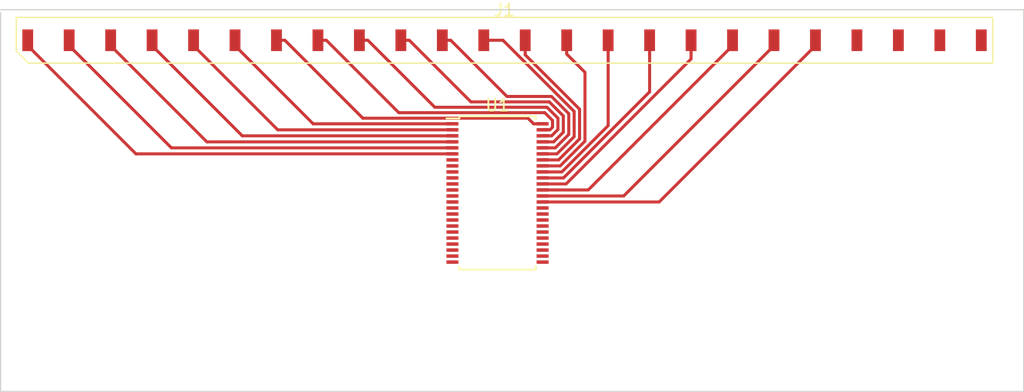
<source format=kicad_pcb>
(kicad_pcb (version 20171130) (host pcbnew 5.1.4-e60b266~84~ubuntu18.04.1)

  (general
    (thickness 1.6)
    (drawings 4)
    (tracks 90)
    (zones 0)
    (modules 2)
    (nets 21)
  )

  (page A4)
  (layers
    (0 F.Cu signal)
    (31 B.Cu signal)
    (32 B.Adhes user)
    (33 F.Adhes user)
    (34 B.Paste user)
    (35 F.Paste user)
    (36 B.SilkS user)
    (37 F.SilkS user)
    (38 B.Mask user)
    (39 F.Mask user)
    (40 Dwgs.User user)
    (41 Cmts.User user)
    (42 Eco1.User user)
    (43 Eco2.User user)
    (44 Edge.Cuts user)
    (45 Margin user)
    (46 B.CrtYd user)
    (47 F.CrtYd user)
    (48 B.Fab user)
    (49 F.Fab user)
  )

  (setup
    (last_trace_width 0.25)
    (trace_clearance 0.2)
    (zone_clearance 0.508)
    (zone_45_only no)
    (trace_min 0.2)
    (via_size 0.8)
    (via_drill 0.4)
    (via_min_size 0.4)
    (via_min_drill 0.3)
    (uvia_size 0.3)
    (uvia_drill 0.1)
    (uvias_allowed no)
    (uvia_min_size 0.2)
    (uvia_min_drill 0.1)
    (edge_width 0.05)
    (segment_width 0.2)
    (pcb_text_width 0.3)
    (pcb_text_size 1.5 1.5)
    (mod_edge_width 0.12)
    (mod_text_size 1 1)
    (mod_text_width 0.15)
    (pad_size 1.524 1.524)
    (pad_drill 0.762)
    (pad_to_mask_clearance 0.051)
    (solder_mask_min_width 0.25)
    (aux_axis_origin 0 0)
    (visible_elements FFFFFF7F)
    (pcbplotparams
      (layerselection 0x010fc_ffffffff)
      (usegerberextensions false)
      (usegerberattributes false)
      (usegerberadvancedattributes false)
      (creategerberjobfile false)
      (excludeedgelayer true)
      (linewidth 0.100000)
      (plotframeref false)
      (viasonmask false)
      (mode 1)
      (useauxorigin false)
      (hpglpennumber 1)
      (hpglpenspeed 20)
      (hpglpendiameter 15.000000)
      (psnegative false)
      (psa4output false)
      (plotreference true)
      (plotvalue true)
      (plotinvisibletext false)
      (padsonsilk false)
      (subtractmaskfromsilk false)
      (outputformat 1)
      (mirror false)
      (drillshape 1)
      (scaleselection 1)
      (outputdirectory ""))
  )

  (net 0 "")
  (net 1 "Net-(J1-Pad20)")
  (net 2 "Net-(J1-Pad19)")
  (net 3 "Net-(J1-Pad18)")
  (net 4 "Net-(J1-Pad17)")
  (net 5 "Net-(J1-Pad16)")
  (net 6 "Net-(J1-Pad15)")
  (net 7 "Net-(J1-Pad14)")
  (net 8 "Net-(J1-Pad13)")
  (net 9 "Net-(J1-Pad12)")
  (net 10 "Net-(J1-Pad11)")
  (net 11 "Net-(J1-Pad10)")
  (net 12 "Net-(J1-Pad9)")
  (net 13 "Net-(J1-Pad8)")
  (net 14 "Net-(J1-Pad7)")
  (net 15 "Net-(J1-Pad6)")
  (net 16 "Net-(J1-Pad5)")
  (net 17 "Net-(J1-Pad4)")
  (net 18 "Net-(J1-Pad3)")
  (net 19 "Net-(J1-Pad2)")
  (net 20 "Net-(J1-Pad1)")

  (net_class Default "This is the default net class."
    (clearance 0.2)
    (trace_width 0.25)
    (via_dia 0.8)
    (via_drill 0.4)
    (uvia_dia 0.3)
    (uvia_drill 0.1)
    (add_net "Net-(J1-Pad1)")
    (add_net "Net-(J1-Pad10)")
    (add_net "Net-(J1-Pad11)")
    (add_net "Net-(J1-Pad12)")
    (add_net "Net-(J1-Pad13)")
    (add_net "Net-(J1-Pad14)")
    (add_net "Net-(J1-Pad15)")
    (add_net "Net-(J1-Pad16)")
    (add_net "Net-(J1-Pad17)")
    (add_net "Net-(J1-Pad18)")
    (add_net "Net-(J1-Pad19)")
    (add_net "Net-(J1-Pad2)")
    (add_net "Net-(J1-Pad20)")
    (add_net "Net-(J1-Pad3)")
    (add_net "Net-(J1-Pad4)")
    (add_net "Net-(J1-Pad5)")
    (add_net "Net-(J1-Pad6)")
    (add_net "Net-(J1-Pad7)")
    (add_net "Net-(J1-Pad8)")
    (add_net "Net-(J1-Pad9)")
  )

  (module wecker:LCD-20 (layer F.Cu) (tedit 0) (tstamp 5D9E45C3)
    (at 109.22 53.34)
    (path /5D9F24AB)
    (attr smd)
    (fp_text reference J1 (at 0 -2.5) (layer F.SilkS)
      (effects (font (size 1 1) (thickness 0.15)))
    )
    (fp_text value Conn_01x20 (at 0 2.5) (layer F.Fab)
      (effects (font (size 1 1) (thickness 0.15)))
    )
    (fp_line (start -40.7 1.5) (end -40.7 -1.5) (layer F.CrtYd) (width 0.05))
    (fp_line (start 40.7 1.5) (end -40.7 1.5) (layer F.CrtYd) (width 0.05))
    (fp_line (start 40.7 -1.5) (end 40.7 1.5) (layer F.CrtYd) (width 0.05))
    (fp_line (start -40.7 -1.5) (end 40.7 -1.5) (layer F.CrtYd) (width 0.05))
    (fp_line (start 40.6043 1.9) (end -39.6043 1.9) (layer F.SilkS) (width 0.12))
    (fp_line (start 40.6043 -1.9) (end 40.6043 1.9) (layer F.SilkS) (width 0.12))
    (fp_line (start -40.6043 -1.9) (end 40.6043 -1.9) (layer F.SilkS) (width 0.12))
    (fp_line (start -40.6043 0.9) (end -40.6043 -1.9) (layer F.SilkS) (width 0.12))
    (fp_line (start -39.6043 1.9) (end -40.6043 0.9) (layer F.SilkS) (width 0.12))
    (pad 24 smd rect (at 39.6543 0) (size 0.9 1.8) (layers F.Cu F.Paste F.Mask))
    (pad 23 smd rect (at 36.2061 0) (size 0.9 1.8) (layers F.Cu F.Paste F.Mask))
    (pad 22 smd rect (at 32.7579 0) (size 0.9 1.8) (layers F.Cu F.Paste F.Mask))
    (pad 21 smd rect (at 29.3097 0) (size 0.9 1.8) (layers F.Cu F.Paste F.Mask))
    (pad 20 smd rect (at 25.8615 0) (size 0.9 1.8) (layers F.Cu F.Paste F.Mask)
      (net 1 "Net-(J1-Pad20)"))
    (pad 19 smd rect (at 22.4133 0) (size 0.9 1.8) (layers F.Cu F.Paste F.Mask)
      (net 2 "Net-(J1-Pad19)"))
    (pad 18 smd rect (at 18.9651 0) (size 0.9 1.8) (layers F.Cu F.Paste F.Mask)
      (net 3 "Net-(J1-Pad18)"))
    (pad 17 smd rect (at 15.5169 0) (size 0.9 1.8) (layers F.Cu F.Paste F.Mask)
      (net 4 "Net-(J1-Pad17)"))
    (pad 16 smd rect (at 12.0687 0) (size 0.9 1.8) (layers F.Cu F.Paste F.Mask)
      (net 5 "Net-(J1-Pad16)"))
    (pad 15 smd rect (at 8.6205 0) (size 0.9 1.8) (layers F.Cu F.Paste F.Mask)
      (net 6 "Net-(J1-Pad15)"))
    (pad 14 smd rect (at 5.1723 0) (size 0.9 1.8) (layers F.Cu F.Paste F.Mask)
      (net 7 "Net-(J1-Pad14)"))
    (pad 13 smd rect (at 1.7241 0) (size 0.9 1.8) (layers F.Cu F.Paste F.Mask)
      (net 8 "Net-(J1-Pad13)"))
    (pad 12 smd rect (at -1.7241 0) (size 0.9 1.8) (layers F.Cu F.Paste F.Mask)
      (net 9 "Net-(J1-Pad12)"))
    (pad 11 smd rect (at -5.1723 0) (size 0.9 1.8) (layers F.Cu F.Paste F.Mask)
      (net 10 "Net-(J1-Pad11)"))
    (pad 10 smd rect (at -8.6205 0) (size 0.9 1.8) (layers F.Cu F.Paste F.Mask)
      (net 11 "Net-(J1-Pad10)"))
    (pad 9 smd rect (at -12.0687 0) (size 0.9 1.8) (layers F.Cu F.Paste F.Mask)
      (net 12 "Net-(J1-Pad9)"))
    (pad 8 smd rect (at -15.5169 0) (size 0.9 1.8) (layers F.Cu F.Paste F.Mask)
      (net 13 "Net-(J1-Pad8)"))
    (pad 7 smd rect (at -18.9651 0) (size 0.9 1.8) (layers F.Cu F.Paste F.Mask)
      (net 14 "Net-(J1-Pad7)"))
    (pad 6 smd rect (at -22.4133 0) (size 0.9 1.8) (layers F.Cu F.Paste F.Mask)
      (net 15 "Net-(J1-Pad6)"))
    (pad 5 smd rect (at -25.8615 0) (size 0.9 1.8) (layers F.Cu F.Paste F.Mask)
      (net 16 "Net-(J1-Pad5)"))
    (pad 4 smd rect (at -29.3097 0) (size 0.9 1.8) (layers F.Cu F.Paste F.Mask)
      (net 17 "Net-(J1-Pad4)"))
    (pad 3 smd rect (at -32.7579 0) (size 0.9 1.8) (layers F.Cu F.Paste F.Mask)
      (net 18 "Net-(J1-Pad3)"))
    (pad 2 smd rect (at -36.2061 0) (size 0.9 1.8) (layers F.Cu F.Paste F.Mask)
      (net 19 "Net-(J1-Pad2)"))
    (pad 1 smd rect (at -39.6543 0) (size 0.9 1.8) (layers F.Cu F.Paste F.Mask)
      (net 20 "Net-(J1-Pad1)"))
  )

  (module Package_SO:TSSOP-48_6.1x12.5mm_P0.5mm (layer F.Cu) (tedit 5A02F25C) (tstamp 5D9E46D0)
    (at 108.638 66.04)
    (descr "TSSOP48: plastic thin shrink small outline package; 48 leads; body width 6.1 mm (see NXP SSOP-TSSOP-VSO-REFLOW.pdf and sot362-1_po.pdf)")
    (tags "SSOP 0.5")
    (path /5D9F09EC)
    (attr smd)
    (fp_text reference U1 (at 0 -7.3) (layer F.SilkS)
      (effects (font (size 1 1) (thickness 0.15)))
    )
    (fp_text value MSP430FR4133 (at 0 7.3) (layer F.Fab)
      (effects (font (size 1 1) (thickness 0.15)))
    )
    (fp_text user %R (at 0 0) (layer F.Fab)
      (effects (font (size 0.8 0.8) (thickness 0.15)))
    )
    (fp_line (start -3.175 -6.2) (end -4.25 -6.2) (layer F.SilkS) (width 0.15))
    (fp_line (start -3.175 6.375) (end 3.175 6.375) (layer F.SilkS) (width 0.15))
    (fp_line (start -3.175 -6.375) (end 3.175 -6.375) (layer F.SilkS) (width 0.15))
    (fp_line (start -3.175 6.375) (end -3.175 6.1175) (layer F.SilkS) (width 0.15))
    (fp_line (start 3.175 6.375) (end 3.175 6.1175) (layer F.SilkS) (width 0.15))
    (fp_line (start 3.175 -6.375) (end 3.175 -6.1175) (layer F.SilkS) (width 0.15))
    (fp_line (start -3.175 -6.375) (end -3.175 -6.2) (layer F.SilkS) (width 0.15))
    (fp_line (start -4.5 6.55) (end 4.5 6.55) (layer F.CrtYd) (width 0.05))
    (fp_line (start -4.5 -6.55) (end 4.5 -6.55) (layer F.CrtYd) (width 0.05))
    (fp_line (start 4.5 -6.55) (end 4.5 6.55) (layer F.CrtYd) (width 0.05))
    (fp_line (start -4.5 -6.55) (end -4.5 6.55) (layer F.CrtYd) (width 0.05))
    (fp_line (start -3.05 -5.25) (end -2.05 -6.25) (layer F.Fab) (width 0.15))
    (fp_line (start -3.05 6.25) (end -3.05 -5.25) (layer F.Fab) (width 0.15))
    (fp_line (start 3.05 6.25) (end -3.05 6.25) (layer F.Fab) (width 0.15))
    (fp_line (start 3.05 -6.25) (end 3.05 6.25) (layer F.Fab) (width 0.15))
    (fp_line (start -2.05 -6.25) (end 3.05 -6.25) (layer F.Fab) (width 0.15))
    (pad 48 smd rect (at 3.75 -5.75) (size 1 0.285) (layers F.Cu F.Paste F.Mask)
      (net 14 "Net-(J1-Pad7)"))
    (pad 47 smd rect (at 3.75 -5.25) (size 1 0.285) (layers F.Cu F.Paste F.Mask)
      (net 13 "Net-(J1-Pad8)"))
    (pad 46 smd rect (at 3.75 -4.75) (size 1 0.285) (layers F.Cu F.Paste F.Mask)
      (net 12 "Net-(J1-Pad9)"))
    (pad 45 smd rect (at 3.75 -4.25) (size 1 0.285) (layers F.Cu F.Paste F.Mask)
      (net 11 "Net-(J1-Pad10)"))
    (pad 44 smd rect (at 3.75 -3.75) (size 1 0.285) (layers F.Cu F.Paste F.Mask)
      (net 10 "Net-(J1-Pad11)"))
    (pad 43 smd rect (at 3.75 -3.25) (size 1 0.285) (layers F.Cu F.Paste F.Mask)
      (net 9 "Net-(J1-Pad12)"))
    (pad 42 smd rect (at 3.75 -2.75) (size 1 0.285) (layers F.Cu F.Paste F.Mask)
      (net 8 "Net-(J1-Pad13)"))
    (pad 41 smd rect (at 3.75 -2.25) (size 1 0.285) (layers F.Cu F.Paste F.Mask)
      (net 7 "Net-(J1-Pad14)"))
    (pad 40 smd rect (at 3.75 -1.75) (size 1 0.285) (layers F.Cu F.Paste F.Mask)
      (net 6 "Net-(J1-Pad15)"))
    (pad 39 smd rect (at 3.75 -1.25) (size 1 0.285) (layers F.Cu F.Paste F.Mask)
      (net 5 "Net-(J1-Pad16)"))
    (pad 38 smd rect (at 3.75 -0.75) (size 1 0.285) (layers F.Cu F.Paste F.Mask)
      (net 4 "Net-(J1-Pad17)"))
    (pad 37 smd rect (at 3.75 -0.25) (size 1 0.285) (layers F.Cu F.Paste F.Mask)
      (net 3 "Net-(J1-Pad18)"))
    (pad 36 smd rect (at 3.75 0.25) (size 1 0.285) (layers F.Cu F.Paste F.Mask)
      (net 2 "Net-(J1-Pad19)"))
    (pad 35 smd rect (at 3.75 0.75) (size 1 0.285) (layers F.Cu F.Paste F.Mask)
      (net 1 "Net-(J1-Pad20)"))
    (pad 34 smd rect (at 3.75 1.25) (size 1 0.285) (layers F.Cu F.Paste F.Mask))
    (pad 33 smd rect (at 3.75 1.75) (size 1 0.285) (layers F.Cu F.Paste F.Mask))
    (pad 32 smd rect (at 3.75 2.25) (size 1 0.285) (layers F.Cu F.Paste F.Mask))
    (pad 31 smd rect (at 3.75 2.75) (size 1 0.285) (layers F.Cu F.Paste F.Mask))
    (pad 30 smd rect (at 3.75 3.25) (size 1 0.285) (layers F.Cu F.Paste F.Mask))
    (pad 29 smd rect (at 3.75 3.75) (size 1 0.285) (layers F.Cu F.Paste F.Mask))
    (pad 28 smd rect (at 3.75 4.25) (size 1 0.285) (layers F.Cu F.Paste F.Mask))
    (pad 27 smd rect (at 3.75 4.75) (size 1 0.285) (layers F.Cu F.Paste F.Mask))
    (pad 26 smd rect (at 3.75 5.25) (size 1 0.285) (layers F.Cu F.Paste F.Mask))
    (pad 25 smd rect (at 3.75 5.75) (size 1 0.285) (layers F.Cu F.Paste F.Mask))
    (pad 24 smd rect (at -3.75 5.75) (size 1 0.285) (layers F.Cu F.Paste F.Mask))
    (pad 23 smd rect (at -3.75 5.25) (size 1 0.285) (layers F.Cu F.Paste F.Mask))
    (pad 22 smd rect (at -3.75 4.75) (size 1 0.285) (layers F.Cu F.Paste F.Mask))
    (pad 21 smd rect (at -3.75 4.25) (size 1 0.285) (layers F.Cu F.Paste F.Mask))
    (pad 20 smd rect (at -3.75 3.75) (size 1 0.285) (layers F.Cu F.Paste F.Mask))
    (pad 19 smd rect (at -3.75 3.25) (size 1 0.285) (layers F.Cu F.Paste F.Mask))
    (pad 18 smd rect (at -3.75 2.75) (size 1 0.285) (layers F.Cu F.Paste F.Mask))
    (pad 17 smd rect (at -3.75 2.25) (size 1 0.285) (layers F.Cu F.Paste F.Mask))
    (pad 16 smd rect (at -3.75 1.75) (size 1 0.285) (layers F.Cu F.Paste F.Mask))
    (pad 15 smd rect (at -3.75 1.25) (size 1 0.285) (layers F.Cu F.Paste F.Mask))
    (pad 14 smd rect (at -3.75 0.75) (size 1 0.285) (layers F.Cu F.Paste F.Mask))
    (pad 13 smd rect (at -3.75 0.25) (size 1 0.285) (layers F.Cu F.Paste F.Mask))
    (pad 12 smd rect (at -3.75 -0.25) (size 1 0.285) (layers F.Cu F.Paste F.Mask))
    (pad 11 smd rect (at -3.75 -0.75) (size 1 0.285) (layers F.Cu F.Paste F.Mask))
    (pad 10 smd rect (at -3.75 -1.25) (size 1 0.285) (layers F.Cu F.Paste F.Mask))
    (pad 9 smd rect (at -3.75 -1.75) (size 1 0.285) (layers F.Cu F.Paste F.Mask))
    (pad 8 smd rect (at -3.75 -2.25) (size 1 0.285) (layers F.Cu F.Paste F.Mask))
    (pad 7 smd rect (at -3.75 -2.75) (size 1 0.285) (layers F.Cu F.Paste F.Mask))
    (pad 6 smd rect (at -3.75 -3.25) (size 1 0.285) (layers F.Cu F.Paste F.Mask)
      (net 20 "Net-(J1-Pad1)"))
    (pad 5 smd rect (at -3.75 -3.75) (size 1 0.285) (layers F.Cu F.Paste F.Mask)
      (net 19 "Net-(J1-Pad2)"))
    (pad 4 smd rect (at -3.75 -4.25) (size 1 0.285) (layers F.Cu F.Paste F.Mask)
      (net 18 "Net-(J1-Pad3)"))
    (pad 3 smd rect (at -3.75 -4.75) (size 1 0.285) (layers F.Cu F.Paste F.Mask)
      (net 17 "Net-(J1-Pad4)"))
    (pad 2 smd rect (at -3.75 -5.25) (size 1 0.285) (layers F.Cu F.Paste F.Mask)
      (net 16 "Net-(J1-Pad5)"))
    (pad 1 smd rect (at -3.75 -5.75) (size 1 0.285) (layers F.Cu F.Paste F.Mask)
      (net 15 "Net-(J1-Pad6)"))
    (model ${KISYS3DMOD}/Package_SO.3dshapes/TSSOP-48_6.1x12.5mm_P0.5mm.wrl
      (at (xyz 0 0 0))
      (scale (xyz 1 1 1))
      (rotate (xyz 0 0 0))
    )
  )

  (gr_line (start 67.31 82.55) (end 67.31 51.0032) (layer Edge.Cuts) (width 0.1))
  (gr_line (start 152.4 82.55) (end 67.31 82.55) (layer Edge.Cuts) (width 0.1))
  (gr_line (start 152.4 50.8) (end 152.4 82.55) (layer Edge.Cuts) (width 0.1))
  (gr_line (start 67.31 50.8) (end 152.4 50.8) (layer Edge.Cuts) (width 0.1) (tstamp 5D9E4BAF))

  (segment (start 135.0815 53.79) (end 135.0815 53.34) (width 0.25) (layer F.Cu) (net 1))
  (segment (start 122.0815 66.79) (end 135.0815 53.79) (width 0.25) (layer F.Cu) (net 1))
  (segment (start 112.388 66.79) (end 122.0815 66.79) (width 0.25) (layer F.Cu) (net 1))
  (segment (start 119.1333 66.29) (end 131.6333 53.79) (width 0.25) (layer F.Cu) (net 2))
  (segment (start 131.6333 53.79) (end 131.6333 53.34) (width 0.25) (layer F.Cu) (net 2))
  (segment (start 112.388 66.29) (end 119.1333 66.29) (width 0.25) (layer F.Cu) (net 2))
  (segment (start 128.1851 53.79) (end 128.1851 53.34) (width 0.25) (layer F.Cu) (net 3))
  (segment (start 116.1851 65.79) (end 128.1851 53.79) (width 0.25) (layer F.Cu) (net 3))
  (segment (start 112.388 65.79) (end 116.1851 65.79) (width 0.25) (layer F.Cu) (net 3))
  (segment (start 124.7369 54.49) (end 124.7369 53.34) (width 0.25) (layer F.Cu) (net 4))
  (segment (start 124.7369 54.8963) (end 124.7369 54.49) (width 0.25) (layer F.Cu) (net 4))
  (segment (start 112.388 65.29) (end 114.3432 65.29) (width 0.25) (layer F.Cu) (net 4))
  (segment (start 114.3432 65.29) (end 124.7369 54.8963) (width 0.25) (layer F.Cu) (net 4))
  (segment (start 121.2887 54.49) (end 121.2887 53.34) (width 0.25) (layer F.Cu) (net 5))
  (segment (start 114.1276 64.79) (end 121.2887 57.6289) (width 0.25) (layer F.Cu) (net 5))
  (segment (start 112.388 64.79) (end 114.1276 64.79) (width 0.25) (layer F.Cu) (net 5))
  (segment (start 121.2887 57.6289) (end 121.2887 54.49) (width 0.25) (layer F.Cu) (net 5))
  (segment (start 117.8405 54.49) (end 117.8405 53.34) (width 0.25) (layer F.Cu) (net 6))
  (segment (start 117.8405 60.44069) (end 117.8405 54.49) (width 0.25) (layer F.Cu) (net 6))
  (segment (start 113.99119 64.29) (end 117.8405 60.44069) (width 0.25) (layer F.Cu) (net 6))
  (segment (start 112.388 64.29) (end 113.99119 64.29) (width 0.25) (layer F.Cu) (net 6))
  (segment (start 114.3923 53.34) (end 114.3923 54.49) (width 0.25) (layer F.Cu) (net 7))
  (segment (start 113.138 63.79) (end 112.388 63.79) (width 0.25) (layer F.Cu) (net 7))
  (segment (start 115.913067 61.731713) (end 113.85478 63.79) (width 0.25) (layer F.Cu) (net 7))
  (segment (start 113.85478 63.79) (end 113.138 63.79) (width 0.25) (layer F.Cu) (net 7))
  (segment (start 115.913067 56.010767) (end 115.913067 61.731713) (width 0.25) (layer F.Cu) (net 7))
  (segment (start 114.3923 54.49) (end 115.913067 56.010767) (width 0.25) (layer F.Cu) (net 7))
  (segment (start 110.9441 54.5561) (end 110.9441 54.49) (width 0.25) (layer F.Cu) (net 8))
  (segment (start 110.9441 54.49) (end 110.9441 53.34) (width 0.25) (layer F.Cu) (net 8))
  (segment (start 115.463056 59.075056) (end 110.9441 54.5561) (width 0.25) (layer F.Cu) (net 8))
  (segment (start 113.71837 63.29) (end 115.463056 61.545314) (width 0.25) (layer F.Cu) (net 8))
  (segment (start 112.388 63.29) (end 113.71837 63.29) (width 0.25) (layer F.Cu) (net 8))
  (segment (start 115.463056 61.545314) (end 115.463056 59.075056) (width 0.25) (layer F.Cu) (net 8))
  (segment (start 115.013045 59.261455) (end 109.09159 53.34) (width 0.25) (layer F.Cu) (net 9))
  (segment (start 112.388 62.79) (end 113.58196 62.79) (width 0.25) (layer F.Cu) (net 9))
  (segment (start 113.58196 62.79) (end 115.013045 61.358915) (width 0.25) (layer F.Cu) (net 9))
  (segment (start 108.1959 53.34) (end 107.4959 53.34) (width 0.25) (layer F.Cu) (net 9))
  (segment (start 109.09159 53.34) (end 108.1959 53.34) (width 0.25) (layer F.Cu) (net 9))
  (segment (start 115.013045 61.358915) (end 115.013045 59.261455) (width 0.25) (layer F.Cu) (net 9))
  (segment (start 113.12878 58.0136) (end 109.4213 58.0136) (width 0.25) (layer F.Cu) (net 10))
  (segment (start 104.7477 53.34) (end 104.0477 53.34) (width 0.25) (layer F.Cu) (net 10))
  (segment (start 114.563034 59.447854) (end 113.12878 58.0136) (width 0.25) (layer F.Cu) (net 10))
  (segment (start 114.563034 61.172516) (end 114.563034 59.447854) (width 0.25) (layer F.Cu) (net 10))
  (segment (start 113.44555 62.29) (end 114.563034 61.172516) (width 0.25) (layer F.Cu) (net 10))
  (segment (start 109.4213 58.0136) (end 104.7477 53.34) (width 0.25) (layer F.Cu) (net 10))
  (segment (start 112.388 62.29) (end 113.44555 62.29) (width 0.25) (layer F.Cu) (net 10))
  (segment (start 112.942381 58.463611) (end 106.423111 58.463611) (width 0.25) (layer F.Cu) (net 11))
  (segment (start 112.388 61.79) (end 113.30914 61.79) (width 0.25) (layer F.Cu) (net 11))
  (segment (start 114.113023 59.634253) (end 112.942381 58.463611) (width 0.25) (layer F.Cu) (net 11))
  (segment (start 106.423111 58.463611) (end 101.2995 53.34) (width 0.25) (layer F.Cu) (net 11))
  (segment (start 114.113023 60.986117) (end 114.113023 59.634253) (width 0.25) (layer F.Cu) (net 11))
  (segment (start 113.30914 61.79) (end 114.113023 60.986117) (width 0.25) (layer F.Cu) (net 11))
  (segment (start 101.2995 53.34) (end 100.5995 53.34) (width 0.25) (layer F.Cu) (net 11))
  (segment (start 113.663012 60.764989) (end 113.663012 59.820652) (width 0.25) (layer F.Cu) (net 12))
  (segment (start 113.138001 61.29) (end 113.663012 60.764989) (width 0.25) (layer F.Cu) (net 12))
  (segment (start 97.8513 53.34) (end 97.1513 53.34) (width 0.25) (layer F.Cu) (net 12))
  (segment (start 113.663012 59.820652) (end 112.755982 58.913622) (width 0.25) (layer F.Cu) (net 12))
  (segment (start 112.388 61.29) (end 113.138001 61.29) (width 0.25) (layer F.Cu) (net 12))
  (segment (start 103.424922 58.913622) (end 97.8513 53.34) (width 0.25) (layer F.Cu) (net 12))
  (segment (start 112.755982 58.913622) (end 103.424922 58.913622) (width 0.25) (layer F.Cu) (net 12))
  (segment (start 94.4031 53.34) (end 93.7031 53.34) (width 0.25) (layer F.Cu) (net 13))
  (segment (start 112.388 60.79) (end 112.99398 60.79) (width 0.25) (layer F.Cu) (net 13))
  (segment (start 100.426733 59.363633) (end 94.4031 53.34) (width 0.25) (layer F.Cu) (net 13))
  (segment (start 112.569583 59.363633) (end 100.426733 59.363633) (width 0.25) (layer F.Cu) (net 13))
  (segment (start 113.213001 60.570979) (end 113.213001 60.007051) (width 0.25) (layer F.Cu) (net 13))
  (segment (start 112.99398 60.79) (end 113.213001 60.570979) (width 0.25) (layer F.Cu) (net 13))
  (segment (start 113.213001 60.007051) (end 112.569583 59.363633) (width 0.25) (layer F.Cu) (net 13))
  (segment (start 97.437399 59.822499) (end 90.9549 53.34) (width 0.25) (layer F.Cu) (net 14))
  (segment (start 111.170499 59.822499) (end 97.437399 59.822499) (width 0.25) (layer F.Cu) (net 14))
  (segment (start 90.9549 53.34) (end 90.2549 53.34) (width 0.25) (layer F.Cu) (net 14))
  (segment (start 111.638 60.29) (end 111.170499 59.822499) (width 0.25) (layer F.Cu) (net 14))
  (segment (start 112.388 60.29) (end 111.638 60.29) (width 0.25) (layer F.Cu) (net 14))
  (segment (start 86.8067 53.79) (end 86.8067 53.34) (width 0.25) (layer F.Cu) (net 15))
  (segment (start 93.3067 60.29) (end 86.8067 53.79) (width 0.25) (layer F.Cu) (net 15))
  (segment (start 104.888 60.29) (end 93.3067 60.29) (width 0.25) (layer F.Cu) (net 15))
  (segment (start 83.3585 53.79) (end 83.3585 53.34) (width 0.25) (layer F.Cu) (net 16))
  (segment (start 90.3585 60.79) (end 83.3585 53.79) (width 0.25) (layer F.Cu) (net 16))
  (segment (start 104.888 60.79) (end 90.3585 60.79) (width 0.25) (layer F.Cu) (net 16))
  (segment (start 79.9103 53.79) (end 79.9103 53.34) (width 0.25) (layer F.Cu) (net 17))
  (segment (start 87.4103 61.29) (end 79.9103 53.79) (width 0.25) (layer F.Cu) (net 17))
  (segment (start 104.888 61.29) (end 87.4103 61.29) (width 0.25) (layer F.Cu) (net 17))
  (segment (start 76.4621 53.79) (end 76.4621 53.34) (width 0.25) (layer F.Cu) (net 18))
  (segment (start 84.4621 61.79) (end 76.4621 53.79) (width 0.25) (layer F.Cu) (net 18))
  (segment (start 104.888 61.79) (end 84.4621 61.79) (width 0.25) (layer F.Cu) (net 18))
  (segment (start 81.5139 62.29) (end 73.0139 53.79) (width 0.25) (layer F.Cu) (net 19))
  (segment (start 73.0139 53.79) (end 73.0139 53.34) (width 0.25) (layer F.Cu) (net 19))
  (segment (start 104.888 62.29) (end 81.5139 62.29) (width 0.25) (layer F.Cu) (net 19))
  (segment (start 69.5657 53.79) (end 69.5657 53.34) (width 0.25) (layer F.Cu) (net 20))
  (segment (start 78.5657 62.79) (end 69.5657 53.79) (width 0.25) (layer F.Cu) (net 20))
  (segment (start 104.888 62.79) (end 78.5657 62.79) (width 0.25) (layer F.Cu) (net 20))

)

</source>
